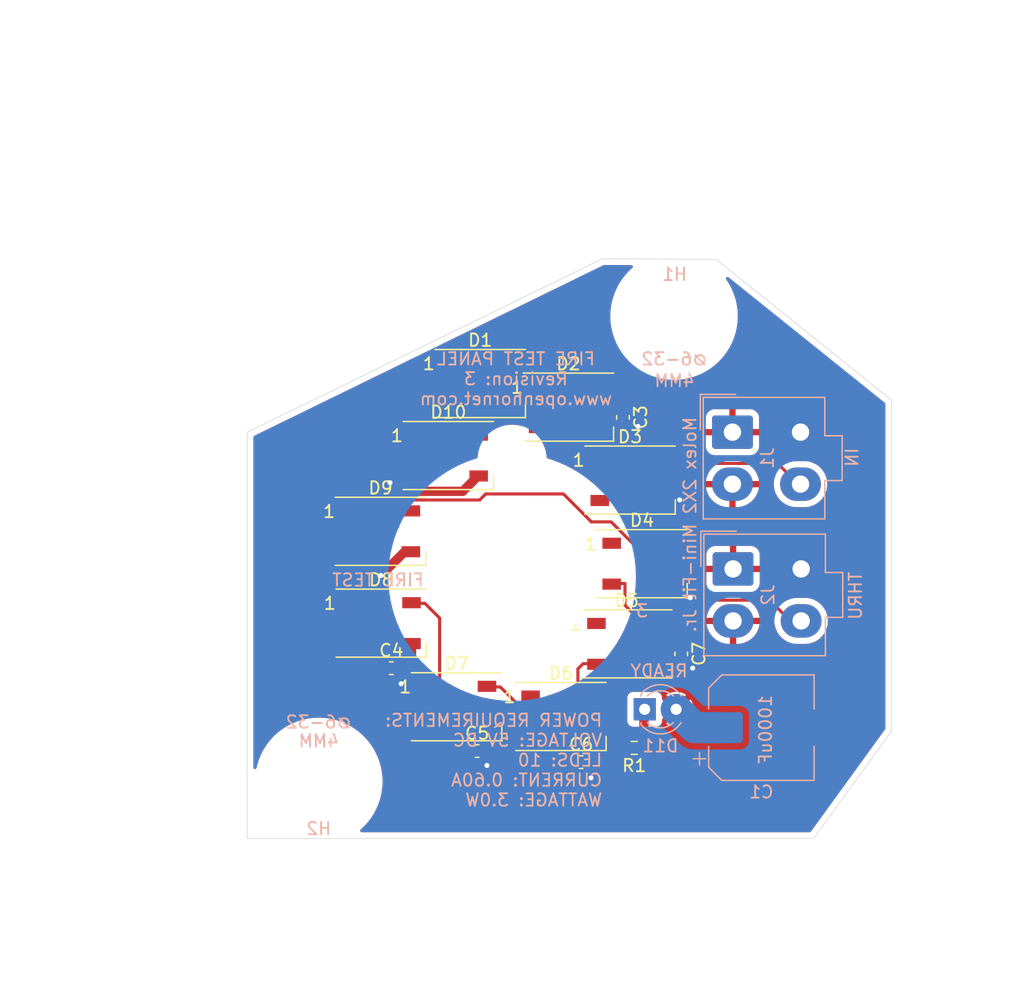
<source format=kicad_pcb>
(kicad_pcb (version 20211014) (generator pcbnew)
  (title_block (title "FIRE TEST PANEL") (date "2023-04-01") (rev "3"))
  (layers (0 "F.Cu" signal) (31 "B.Cu" signal) (34 "B.Paste" user) (35 "F.Paste" user) (36 "B.SilkS" user "B.Silkscreen") (37 "F.SilkS" user "F.Silkscreen") (38 "B.Mask" user) (39 "F.Mask" user) (44 "Edge.Cuts" user))
  (net 0 "")
  (net 1 "Net-(D1-Pad2)")
  (net 2 "Net-(D2-Pad2)")
  (net 3 "Net-(D3-Pad2)")
  (net 4 "Net-(D4-Pad2)")
  (net 5 "Net-(D5-Pad2)")
  (net 6 "Net-(D6-Pad2)")
  (net 7 "Net-(D7-Pad2)")
  (net 8 "Net-(D8-Pad2)")
  (net 9 "Net-(D10-Pad4)")
  (net 10 "/LEDGND")
  (net 11 "/LED+5V")
  (net 12 "Net-(D11-Pad1)")
  (net 13 "/DATAIN")
  (net 14 "/DATAOUT")
  (footprint "OH_Footprints:LED_WS2812B_PLCC4_5.0x5.0mm_P3.2mm" (layer "F.Cu") (at 131.967 85.5216)
    (fp_text reference "D1" (at 0 -3.5) (layer "F.SilkS"))
    (fp_text value "WS2812B")
    (fp_text user "1" (at -4.15 -1.6) (layer "F.SilkS"))
    (fp_line (start -3.65 2.75) (end 3.65 2.75) (layer "F.SilkS") (width 0.12))
    (fp_line (start -3.65 -2.75) (end 3.65 -2.75) (layer "F.SilkS") (width 0.12))
    (fp_line (start 3.65 2.75) (end 3.65 1.6) (layer "F.SilkS") (width 0.12))
    (pad "1" smd rect (at -2.45 -1.65) (size 1.5 0.9) (layers "F.Cu" "F.Paste" "F.Mask") (net 11 "/LED+5V"))
    (pad "2" smd rect (at -2.45 1.65) (size 1.5 0.9) (layers "F.Cu" "F.Paste" "F.Mask") (net 1 "Net-(D1-Pad2)"))
    (pad "3" smd rect (at 2.45 1.65) (size 1.5 0.9) (layers "F.Cu" "F.Paste" "F.Mask") (net 10 "/LEDGND"))
    (pad "4" smd rect (at 2.45 -1.65) (size 1.5 0.9) (layers "F.Cu" "F.Paste" "F.Mask") (net 13 "/DATAIN"))
  )
  (footprint "OH_Footprints:LED_WS2812B_PLCC4_5.0x5.0mm_P3.2mm" (layer "F.Cu") (at 139.09 87.4268)
    (fp_text reference "D2" (at 0 -3.5) (layer "F.SilkS"))
    (fp_text value "WS2812B")
    (fp_text user "1" (at -4.15 -1.6) (layer "F.SilkS"))
    (fp_line (start -3.65 2.75) (end 3.65 2.75) (layer "F.SilkS") (width 0.12))
    (fp_line (start 3.65 2.75) (end 3.65 1.6) (layer "F.SilkS") (width 0.12))
    (fp_line (start -3.65 -2.75) (end 3.65 -2.75) (layer "F.SilkS") (width 0.12))
    (pad "1" smd rect (at -2.45 -1.65) (size 1.5 0.9) (layers "F.Cu" "F.Paste" "F.Mask") (net 11 "/LED+5V"))
    (pad "2" smd rect (at -2.45 1.65) (size 1.5 0.9) (layers "F.Cu" "F.Paste" "F.Mask") (net 2 "Net-(D2-Pad2)"))
    (pad "3" smd rect (at 2.45 1.65) (size 1.5 0.9) (layers "F.Cu" "F.Paste" "F.Mask") (net 10 "/LEDGND"))
    (pad "4" smd rect (at 2.45 -1.65) (size 1.5 0.9) (layers "F.Cu" "F.Paste" "F.Mask") (net 1 "Net-(D1-Pad2)"))
  )
  (footprint "OH_Footprints:LED_WS2812B_PLCC4_5.0x5.0mm_P3.2mm" (layer "F.Cu") (at 144.069 93.3196)
    (fp_text reference "D3" (at 0 -3.5) (layer "F.SilkS"))
    (fp_text value "WS2812B")
    (fp_text user "1" (at -4.15 -1.6) (layer "F.SilkS"))
    (fp_line (start 3.65 2.75) (end 3.65 1.6) (layer "F.SilkS") (width 0.12))
    (fp_line (start -3.65 -2.75) (end 3.65 -2.75) (layer "F.SilkS") (width 0.12))
    (fp_line (start -3.65 2.75) (end 3.65 2.75) (layer "F.SilkS") (width 0.12))
    (pad "1" smd rect (at -2.45 -1.65) (size 1.5 0.9) (layers "F.Cu" "F.Paste" "F.Mask") (net 11 "/LED+5V"))
    (pad "2" smd rect (at -2.45 1.65) (size 1.5 0.9) (layers "F.Cu" "F.Paste" "F.Mask") (net 3 "Net-(D3-Pad2)"))
    (pad "3" smd rect (at 2.45 1.65) (size 1.5 0.9) (layers "F.Cu" "F.Paste" "F.Mask") (net 10 "/LEDGND"))
    (pad "4" smd rect (at 2.45 -1.65) (size 1.5 0.9) (layers "F.Cu" "F.Paste" "F.Mask") (net 2 "Net-(D2-Pad2)"))
  )
  (footprint "OH_Footprints:LED_WS2812B_PLCC4_5.0x5.0mm_P3.2mm" (layer "F.Cu") (at 145.034 100.076)
    (fp_text reference "D4" (at 0 -3.5) (layer "F.SilkS"))
    (fp_text value "WS2812B")
    (fp_text user "1" (at -4.15 -1.6) (layer "F.SilkS"))
    (fp_line (start 3.65 2.75) (end 3.65 1.6) (layer "F.SilkS") (width 0.12))
    (fp_line (start -3.65 2.75) (end 3.65 2.75) (layer "F.SilkS") (width 0.12))
    (fp_line (start -3.65 -2.75) (end 3.65 -2.75) (layer "F.SilkS") (width 0.12))
    (pad "1" smd rect (at -2.45 -1.65) (size 1.5 0.9) (layers "F.Cu" "F.Paste" "F.Mask") (net 11 "/LED+5V"))
    (pad "2" smd rect (at -2.45 1.65) (size 1.5 0.9) (layers "F.Cu" "F.Paste" "F.Mask") (net 4 "Net-(D4-Pad2)"))
    (pad "3" smd rect (at 2.45 1.65) (size 1.5 0.9) (layers "F.Cu" "F.Paste" "F.Mask") (net 10 "/LEDGND"))
    (pad "4" smd rect (at 2.45 -1.65) (size 1.5 0.9) (layers "F.Cu" "F.Paste" "F.Mask") (net 3 "Net-(D3-Pad2)"))
  )
  (footprint "OH_Footprints:LED_WS2812B_PLCC4_5.0x5.0mm_P3.2mm" (layer "F.Cu") (at 143.803 106.553)
    (fp_text reference "D5" (at 0 -3.5) (layer "F.SilkS"))
    (fp_text value "WS2812B")
    (fp_text user "1" (at -4.15 -1.6) (layer "F.SilkS"))
    (fp_line (start 3.65 2.75) (end 3.65 1.6) (layer "F.SilkS") (width 0.12))
    (fp_line (start -3.65 -2.75) (end 3.65 -2.75) (layer "F.SilkS") (width 0.12))
    (fp_line (start -3.65 2.75) (end 3.65 2.75) (layer "F.SilkS") (width 0.12))
    (pad "1" smd rect (at -2.45 -1.65) (size 1.5 0.9) (layers "F.Cu" "F.Paste" "F.Mask") (net 11 "/LED+5V"))
    (pad "2" smd rect (at -2.45 1.65) (size 1.5 0.9) (layers "F.Cu" "F.Paste" "F.Mask") (net 5 "Net-(D5-Pad2)"))
    (pad "3" smd rect (at 2.45 1.65) (size 1.5 0.9) (layers "F.Cu" "F.Paste" "F.Mask") (net 10 "/LEDGND"))
    (pad "4" smd rect (at 2.45 -1.65) (size 1.5 0.9) (layers "F.Cu" "F.Paste" "F.Mask") (net 4 "Net-(D4-Pad2)"))
  )
  (footprint "OH_Footprints:LED_WS2812B_PLCC4_5.0x5.0mm_P3.2mm" (layer "F.Cu") (at 138.481 112.42)
    (fp_text reference "D6" (at 0 -3.5) (layer "F.SilkS"))
    (fp_text value "WS2812B")
    (fp_text user "1" (at -4.15 -1.6) (layer "F.SilkS"))
    (fp_line (start -3.65 2.75) (end 3.65 2.75) (layer "F.SilkS") (width 0.12))
    (fp_line (start -3.65 -2.75) (end 3.65 -2.75) (layer "F.SilkS") (width 0.12))
    (fp_line (start 3.65 2.75) (end 3.65 1.6) (layer "F.SilkS") (width 0.12))
    (pad "1" smd rect (at -2.45 -1.65) (size 1.5 0.9) (layers "F.Cu" "F.Paste" "F.Mask") (net 11 "/LED+5V"))
    (pad "2" smd rect (at -2.45 1.65) (size 1.5 0.9) (layers "F.Cu" "F.Paste" "F.Mask") (net 6 "Net-(D6-Pad2)"))
    (pad "3" smd rect (at 2.45 1.65) (size 1.5 0.9) (layers "F.Cu" "F.Paste" "F.Mask") (net 10 "/LEDGND"))
    (pad "4" smd rect (at 2.45 -1.65) (size 1.5 0.9) (layers "F.Cu" "F.Paste" "F.Mask") (net 5 "Net-(D5-Pad2)"))
  )
  (footprint "OH_Footprints:LED_WS2812B_PLCC4_5.0x5.0mm_P3.2mm" (layer "F.Cu") (at 130.06 111.633)
    (fp_text reference "D7" (at 0 -3.5) (layer "F.SilkS"))
    (fp_text value "WS2812B")
    (fp_text user "1" (at -4.15 -1.6) (layer "F.SilkS"))
    (fp_line (start -3.65 -2.75) (end 3.65 -2.75) (layer "F.SilkS") (width 0.12))
    (fp_line (start 3.65 2.75) (end 3.65 1.6) (layer "F.SilkS") (width 0.12))
    (fp_line (start -3.65 2.75) (end 3.65 2.75) (layer "F.SilkS") (width 0.12))
    (pad "1" smd rect (at -2.45 -1.65) (size 1.5 0.9) (layers "F.Cu" "F.Paste" "F.Mask") (net 11 "/LED+5V"))
    (pad "2" smd rect (at -2.45 1.65) (size 1.5 0.9) (layers "F.Cu" "F.Paste" "F.Mask") (net 7 "Net-(D7-Pad2)"))
    (pad "3" smd rect (at 2.45 1.65) (size 1.5 0.9) (layers "F.Cu" "F.Paste" "F.Mask") (net 10 "/LEDGND"))
    (pad "4" smd rect (at 2.45 -1.65) (size 1.5 0.9) (layers "F.Cu" "F.Paste" "F.Mask") (net 6 "Net-(D6-Pad2)"))
  )
  (footprint "OH_Footprints:LED_WS2812B_PLCC4_5.0x5.0mm_P3.2mm" (layer "F.Cu") (at 123.964 104.876)
    (fp_text reference "D8" (at 0 -3.5) (layer "F.SilkS"))
    (fp_text value "WS2812B")
    (fp_text user "1" (at -4.15 -1.6) (layer "F.SilkS"))
    (fp_line (start 3.65 2.75) (end 3.65 1.6) (layer "F.SilkS") (width 0.12))
    (fp_line (start -3.65 -2.75) (end 3.65 -2.75) (layer "F.SilkS") (width 0.12))
    (fp_line (start -3.65 2.75) (end 3.65 2.75) (layer "F.SilkS") (width 0.12))
    (pad "1" smd rect (at -2.45 -1.65) (size 1.5 0.9) (layers "F.Cu" "F.Paste" "F.Mask") (net 11 "/LED+5V"))
    (pad "2" smd rect (at -2.45 1.65) (size 1.5 0.9) (layers "F.Cu" "F.Paste" "F.Mask") (net 8 "Net-(D8-Pad2)"))
    (pad "3" smd rect (at 2.45 1.65) (size 1.5 0.9) (layers "F.Cu" "F.Paste" "F.Mask") (net 10 "/LEDGND"))
    (pad "4" smd rect (at 2.45 -1.65) (size 1.5 0.9) (layers "F.Cu" "F.Paste" "F.Mask") (net 7 "Net-(D7-Pad2)"))
  )
  (footprint "OH_Footprints:LED_WS2812B_PLCC4_5.0x5.0mm_P3.2mm" (layer "F.Cu") (at 123.913 97.4596)
    (fp_text reference "D9" (at 0 -3.5) (layer "F.SilkS"))
    (fp_text value "WS2812B")
    (fp_text user "1" (at -4.15 -1.6) (layer "F.SilkS"))
    (fp_line (start -3.65 2.75) (end 3.65 2.75) (layer "F.SilkS") (width 0.12))
    (fp_line (start -3.65 -2.75) (end 3.65 -2.75) (layer "F.SilkS") (width 0.12))
    (fp_line (start 3.65 2.75) (end 3.65 1.6) (layer "F.SilkS") (width 0.12))
    (pad "1" smd rect (at -2.45 -1.65) (size 1.5 0.9) (layers "F.Cu" "F.Paste" "F.Mask") (net 11 "/LED+5V"))
    (pad "2" smd rect (at -2.45 1.65) (size 1.5 0.9) (layers "F.Cu" "F.Paste" "F.Mask") (net 9 "Net-(D10-Pad4)"))
    (pad "3" smd rect (at 2.45 1.65) (size 1.5 0.9) (layers "F.Cu" "F.Paste" "F.Mask") (net 10 "/LEDGND"))
    (pad "4" smd rect (at 2.45 -1.65) (size 1.5 0.9) (layers "F.Cu" "F.Paste" "F.Mask") (net 8 "Net-(D8-Pad2)"))
  )
  (footprint "OH_Footprints:LED_WS2812B_PLCC4_5.0x5.0mm_P3.2mm" (layer "F.Cu") (at 129.388 91.3384)
    (fp_text reference "D10" (at 0 -3.5) (layer "F.SilkS"))
    (fp_text value "WS2812B")
    (fp_text user "1" (at -4.15 -1.6) (layer "F.SilkS"))
    (fp_line (start 3.65 2.75) (end 3.65 1.6) (layer "F.SilkS") (width 0.12))
    (fp_line (start -3.65 2.75) (end 3.65 2.75) (layer "F.SilkS") (width 0.12))
    (fp_line (start -3.65 -2.75) (end 3.65 -2.75) (layer "F.SilkS") (width 0.12))
    (pad "1" smd rect (at -2.45 -1.65) (size 1.5 0.9) (layers "F.Cu" "F.Paste" "F.Mask") (net 11 "/LED+5V"))
    (pad "2" smd rect (at -2.45 1.65) (size 1.5 0.9) (layers "F.Cu" "F.Paste" "F.Mask") (net 14 "/DATAOUT"))
    (pad "3" smd rect (at 2.45 1.65) (size 1.5 0.9) (layers "F.Cu" "F.Paste" "F.Mask") (net 10 "/LEDGND"))
    (pad "4" smd rect (at 2.45 -1.65) (size 1.5 0.9) (layers "F.Cu" "F.Paste" "F.Mask") (net 9 "Net-(D10-Pad4)"))
  )
  (footprint "OH_Footprints:C_0603_1608Metric" (layer "F.Cu") (at 143.495 88.2522 -90)
    (fp_text reference "C3" (at 0 -1.43 -90) (layer "F.SilkS"))
    (fp_text value "C")
    (fp_line (start -0.14058 -0.51) (end 0.14058 -0.51) (layer "F.SilkS") (width 0.12))
    (fp_line (start -0.14058 0.51) (end 0.14058 0.51) (layer "F.SilkS") (width 0.12))
    (pad "1" smd roundrect (at -0.775 0 270) (size 0.9 0.95) (layers "F.Cu" "F.Paste" "F.Mask") (net 11 "/LED+5V"))
    (pad "2" smd roundrect (at 0.775 0 270) (size 0.9 0.95) (layers "F.Cu" "F.Paste" "F.Mask") (net 10 "/LEDGND"))
  )
  (footprint "OH_Footprints:C_0603_1608Metric" (layer "F.Cu") (at 124.785 108.519)
    (fp_text reference "C4" (at 0 -1.43) (layer "F.SilkS"))
    (fp_text value "C")
    (fp_line (start -0.14058 0.51) (end 0.14058 0.51) (layer "F.SilkS") (width 0.12))
    (fp_line (start -0.14058 -0.51) (end 0.14058 -0.51) (layer "F.SilkS") (width 0.12))
    (pad "1" smd roundrect (at -0.775 0) (size 0.9 0.95) (layers "F.Cu" "F.Paste" "F.Mask") (net 11 "/LED+5V"))
    (pad "2" smd roundrect (at 0.775 0) (size 0.9 0.95) (layers "F.Cu" "F.Paste" "F.Mask") (net 10 "/LEDGND"))
  )
  (footprint "OH_Footprints:C_0603_1608Metric" (layer "F.Cu") (at 131.717 115.209)
    (fp_text reference "C5" (at 0 -1.43) (layer "F.SilkS"))
    (fp_text value "C")
    (fp_line (start -0.14058 0.51) (end 0.14058 0.51) (layer "F.SilkS") (width 0.12))
    (fp_line (start -0.14058 -0.51) (end 0.14058 -0.51) (layer "F.SilkS") (width 0.12))
    (pad "1" smd roundrect (at -0.775 0) (size 0.9 0.95) (layers "F.Cu" "F.Paste" "F.Mask") (net 11 "/LED+5V"))
    (pad "2" smd roundrect (at 0.775 0) (size 0.9 0.95) (layers "F.Cu" "F.Paste" "F.Mask") (net 10 "/LEDGND"))
  )
  (footprint "OH_Footprints:C_0603_1608Metric" (layer "F.Cu") (at 140.114 116.108)
    (fp_text reference "C6" (at 0 -1.43) (layer "F.SilkS"))
    (fp_text value "C")
    (fp_line (start -0.14058 0.51) (end 0.14058 0.51) (layer "F.SilkS") (width 0.12))
    (fp_line (start -0.14058 -0.51) (end 0.14058 -0.51) (layer "F.SilkS") (width 0.12))
    (pad "1" smd roundrect (at -0.775 0) (size 0.9 0.95) (layers "F.Cu" "F.Paste" "F.Mask") (net 11 "/LED+5V"))
    (pad "2" smd roundrect (at 0.775 0) (size 0.9 0.95) (layers "F.Cu" "F.Paste" "F.Mask") (net 10 "/LEDGND"))
  )
  (footprint "OH_Footprints:C_0603_1608Metric" (layer "F.Cu") (at 148.204 107.361 -90)
    (fp_text reference "C7" (at 0 -1.43 -90) (layer "F.SilkS"))
    (fp_text value "C")
    (fp_line (start -0.14058 -0.51) (end 0.14058 -0.51) (layer "F.SilkS") (width 0.12))
    (fp_line (start -0.14058 0.51) (end 0.14058 0.51) (layer "F.SilkS") (width 0.12))
    (pad "1" smd roundrect (at -0.775 0 270) (size 0.9 0.95) (layers "F.Cu" "F.Paste" "F.Mask") (net 11 "/LED+5V"))
    (pad "2" smd roundrect (at 0.775 0 270) (size 0.9 0.95) (layers "F.Cu" "F.Paste" "F.Mask") (net 10 "/LEDGND"))
  )
  (footprint "OH_Footprints:R_0603_1608Metric" (layer "F.Cu") (at 144.407 114.958 180)
    (fp_text reference "R1" (at 0 -1.43 180) (layer "F.SilkS"))
    (fp_text value "R")
    (fp_line (start -0.237258 -0.5225) (end 0.237258 -0.5225) (layer "F.SilkS") (width 0.12))
    (fp_line (start -0.237258 0.5225) (end 0.237258 0.5225) (layer "F.SilkS") (width 0.12))
    (pad "1" smd roundrect (at -0.825 0 180) (size 0.8 0.95) (layers "F.Cu" "F.Paste" "F.Mask") (net 12 "Net-(D11-Pad1)"))
    (pad "2" smd roundrect (at 0.825 0 180) (size 0.8 0.95) (layers "F.Cu" "F.Paste" "F.Mask") (net 10 "/LEDGND"))
  )
  (footprint "OH_Footprints:100SPX_Toggle_13mm_x_18mm" (layer "F.Cu") (at 134.542711 101.156493 180)
    (fp_text reference "1" hide)
    (fp_text value "100SPX_Toggle_13mm_x_18mm" hide)
    (pad "" np_thru_hole circle (at 0 0 180) (size 12.7 12.7) (drill 12.7) (layers *.Mask "B.Cu") (clearance 3.65))
    (pad "" np_thru_hole circle (at 0 9.525 180) (size 3.572 3.572) (drill 3.572) (layers *.Cu *.Mask) (clearance 1))
    (pad "" np_thru_hole circle (at 0 0 180) (size 12.7 12.7) (drill 12.7) (layers *.Mask "F.Cu") (clearance 1))
  )
  (footprint "OH_Footprints:OH_Panel_6-32_PHS" (layer "F.Cu") (at 147.623711 80.074493)
    (fp_text reference "2" hide)
    (fp_text value "OH_Panel_Fastner_Keepout" hide)
    (fp_text user "⌀6-32" (at 0.039189 3.461027) (layer "B.SilkS") (effects (justify mirror)))
    (fp_text user "H1" (at 0.039189 -3.371573) (layer "B.SilkS") (effects (justify mirror)))
    (fp_text user "4MM" (at 0.039189 5.211087 180) (layer "B.SilkS") (effects (justify mirror)))
    (pad "" np_thru_hole circle (at 0 0) (size 4.3 4.3) (drill 4.3) (layers *.Cu *.Mask) (clearance 3))
  )
  (footprint "OH_Footprints:OH_Panel_6-32_PHS" (layer "F.Cu") (at 118.921711 117.666493)
    (fp_text reference "3" hide)
    (fp_text value "OH_Panel_Fastner_Keepout" hide)
    (fp_text user "H2" (at 0 3.81) (layer "B.SilkS") (effects (justify mirror)))
    (fp_text user "⌀6-32" (at 0 -4.8) (layer "B.SilkS") (effects (justify mirror)))
    (fp_text user "4MM" (at 0 -3.275 180) (layer "B.SilkS") (effects (justify mirror)))
    (pad "" np_thru_hole circle (at 0 0) (size 4.3 4.3) (drill 4.3) (layers *.Cu *.Mask) (clearance 3))
  )
  (footprint "OH_Footprints:CP_Elec_8x10" (layer "B.Cu") (at 154.677 113.322)
    (fp_text reference "C1" (at 0 5.2 180) (layer "B.SilkS") (effects (justify mirror)))
    (fp_text value "C_Polarized")
    (fp_line (start -3.195563 -4.26) (end 4.26 -4.26) (layer "B.SilkS") (width 0.12))
    (fp_line (start -5 3.01) (end -5 2.01) (layer "B.SilkS") (width 0.12))
    (fp_line (start -4.26 3.195563) (end -4.26 1.51) (layer "B.SilkS") (width 0.12))
    (fp_line (start 4.26 -4.26) (end 4.26 -1.51) (layer "B.SilkS") (width 0.12))
    (fp_line (start -4.26 3.195563) (end -3.195563 4.26) (layer "B.SilkS") (width 0.12))
    (fp_line (start -5.5 2.51) (end -4.5 2.51) (layer "B.SilkS") (width 0.12))
    (fp_line (start -4.26 -3.195563) (end -3.195563 -4.26) (layer "B.SilkS") (width 0.12))
    (fp_line (start -4.26 -3.195563) (end -4.26 -1.51) (layer "B.SilkS") (width 0.12))
    (fp_line (start 4.26 4.26) (end 4.26 1.51) (layer "B.SilkS") (width 0.12))
    (fp_line (start -3.195563 4.26) (end 4.26 4.26) (layer "B.SilkS") (width 0.12))
    (pad "1" smd roundrect (at -3.25 0) (size 3.5 2.5) (layers "B.Cu" "B.Paste" "B.Mask") (roundrect_rratio 0.1) (net 11 "/LED+5V"))
    (pad "2" smd roundrect (at 3.25 0) (size 3.5 2.5) (layers "B.Cu" "B.Paste" "B.Mask") (roundrect_rratio 0.1) (net 10 "/LEDGND"))
  )
  (footprint "OH_Footprints:Molex_Mini-Fit_Jr_5566-04A_2x02_P4.20mm_Vertical" (layer "B.Cu") (at 152.341 89.4486 -90)
    (fp_text reference "J1" (at 2.1 -2.820624 90) (layer "B.SilkS") (effects (justify mirror)))
    (fp_text value "Conn_01x04_Female")
    (fp_line (start 7.01 -7.46) (end 3.91 -7.46) (layer "B.SilkS") (width 0.12))
    (fp_line (start 0.29 -7.46) (end 0.29 -8.86) (layer "B.SilkS") (width 0.12))
    (fp_line (start 2.1 2.36) (end 7.01 2.36) (layer "B.SilkS") (width 0.12))
    (fp_line (start 3.91 -7.46) (end 3.91 -8.86) (layer "B.SilkS") (width 0.12))
    (fp_line (start 3.91 -8.86) (end 2.1 -8.86) (layer "B.SilkS") (width 0.12))
    (fp_line (start -2.81 2.36) (end -2.81 -7.46) (layer "B.SilkS") (width 0.12))
    (fp_line (start 0.29 -8.86) (end 2.1 -8.86) (layer "B.SilkS") (width 0.12))
    (fp_line (start -2.81 -7.46) (end 0.29 -7.46) (layer "B.SilkS") (width 0.12))
    (fp_line (start 2.1 2.36) (end -2.81 2.36) (layer "B.SilkS") (width 0.12))
    (fp_line (start 7.01 2.36) (end 7.01 -7.46) (layer "B.SilkS") (width 0.12))
    (fp_line (start -3.05 2.6) (end -3.05 -0.25) (layer "B.SilkS") (width 0.12))
    (fp_line (start -0.2 2.6) (end -3.05 2.6) (layer "B.SilkS") (width 0.12))
    (pad "1" thru_hole roundrect (at 0 0 270) (size 2.7 3.3) (drill 1.4) (layers *.Cu *.Mask) (roundrect_rratio 0.09259296296) (net 11 "/LED+5V"))
    (pad "2" thru_hole oval (at 4.2 0 270) (size 2.7 3.3) (drill 1.4) (layers *.Cu *.Mask) (net 11 "/LED+5V"))
    (pad "3" thru_hole oval (at 0 -5.5 270) (size 2.7 3.3) (drill 1.4) (layers *.Cu *.Mask) (net 10 "/LEDGND"))
    (pad "4" thru_hole oval (at 4.2 -5.5 270) (size 2.7 3.3) (drill 1.4) (layers *.Cu *.Mask) (net 13 "/DATAIN"))
  )
  (footprint "OH_Footprints:Molex_Mini-Fit_Jr_5566-04A_2x02_P4.20mm_Vertical" (layer "B.Cu") (at 152.391 100.498 -90)
    (fp_text reference "J2" (at 2.1 -2.820624 90) (layer "B.SilkS") (effects (justify mirror)))
    (fp_text value "Conn_01x04_Female")
    (fp_line (start 3.91 -7.46) (end 3.91 -8.86) (layer "B.SilkS") (width 0.12))
    (fp_line (start 7.01 -7.46) (end 3.91 -7.46) (layer "B.SilkS") (width 0.12))
    (fp_line (start 0.29 -8.86) (end 2.1 -8.86) (layer "B.SilkS") (width 0.12))
    (fp_line (start 0.29 -7.46) (end 0.29 -8.86) (layer "B.SilkS") (width 0.12))
    (fp_line (start 2.1 2.36) (end 7.01 2.36) (layer "B.SilkS") (width 0.12))
    (fp_line (start -2.81 -7.46) (end 0.29 -7.46) (layer "B.SilkS") (width 0.12))
    (fp_line (start 2.1 2.36) (end -2.81 2.36) (layer "B.SilkS") (width 0.12))
    (fp_line (start -3.05 2.6) (end -3.05 -0.25) (layer "B.SilkS") (width 0.12))
    (fp_line (start -2.81 2.36) (end -2.81 -7.46) (layer "B.SilkS") (width 0.12))
    (fp_line (start 3.91 -8.86) (end 2.1 -8.86) (layer "B.SilkS") (width 0.12))
    (fp_line (start -0.2 2.6) (end -3.05 2.6) (layer "B.SilkS") (width 0.12))
    (fp_line (start 7.01 2.36) (end 7.01 -7.46) (layer "B.SilkS") (width 0.12))
    (pad "1" thru_hole roundrect (at 0 0 270) (size 2.7 3.3) (drill 1.4) (layers *.Cu *.Mask) (roundrect_rratio 0.09259296296) (net 11 "/LED+5V"))
    (pad "2" thru_hole oval (at 4.2 0 270) (size 2.7 3.3) (drill 1.4) (layers *.Cu *.Mask) (net 11 "/LED+5V"))
    (pad "3" thru_hole oval (at 0 -5.5 270) (size 2.7 3.3) (drill 1.4) (layers *.Cu *.Mask) (net 10 "/LEDGND"))
    (pad "4" thru_hole oval (at 4.2 -5.5 270) (size 2.7 3.3) (drill 1.4) (layers *.Cu *.Mask) (net 14 "/DATAOUT"))
  )
  (footprint "OH_Footprints:LED_D3.0mm" (layer "B.Cu") (at 145.25 111.839)
    (fp_text reference "D11" (at 1.27 2.96 180) (layer "B.SilkS") (effects (justify mirror)))
    (fp_text value "LED")
    (fp_line (start -0.29 -1.08) (end -0.29 -1.236) (layer "B.SilkS") (width 0.12))
    (fp_line (start -0.29 1.236) (end -0.29 1.08) (layer "B.SilkS") (width 0.12))
    (fp_arc (start 0.229039 -1.08) (mid 1.270117 -1.5) (end 2.31113 -1.079837) (layer "B.SilkS") (width 0.12))
    (fp_arc (start 2.31113 1.079837) (mid 1.270117 1.5) (end 0.229039 1.08) (layer "B.SilkS") (width 0.12))
    (fp_arc (start 2.942335 1.078608) (mid 1.366487 1.987659) (end -0.29 1.235516) (layer "B.SilkS") (width 0.12))
    (fp_arc (start -0.29 -1.235516) (mid 1.366487 -1.987659) (end 2.942335 -1.078608) (layer "B.SilkS") (width 0.12))
    (pad "1" thru_hole rect (at 0 0) (size 1.8 1.8) (drill 0.9) (layers *.Cu *.Mask) (net 12 "Net-(D11-Pad1)"))
    (pad "2" thru_hole circle (at 2.54 0) (size 1.8 1.8) (drill 0.9) (layers *.Cu *.Mask) (net 11 "/LED+5V"))
  )
  (gr_line (start 151.0284 75.4888) (end 165.2016 86.868) (layer "Edge.Cuts") (width 0.05))
  (gr_line (start 113.1316 122.2756) (end 113.1316 89.4588) (layer "Edge.Cuts") (width 0.05))
  (gr_line (start 165.2016 113.5888) (end 165.2016 86.868) (layer "Edge.Cuts") (width 0.05))
  (gr_line (start 113.1316 89.4588) (end 141.8336 75.438) (layer "Edge.Cuts") (width 0.05))
  (gr_line (start 141.8336 75.438) (end 151.0284 75.4888) (layer "Edge.Cuts") (width 0.05))
  (gr_line (start 158.9024 122.2756) (end 113.1316 122.2756) (layer "Edge.Cuts") (width 0.05))
  (gr_line (start 158.9024 122.2756) (end 165.2016 113.5888) (layer "Edge.Cuts") (width 0.05))
  (gr_text "READY" (at 146.41068 108.7374) (layer "B.SilkS") (effects (font (size 1 1)) (justify mirror)))
  (gr_text "1000uF" (at 155.01112 113.48466 90) (layer "B.SilkS") (effects (font (size 1 1)) (justify mirror)))
  (gr_text "Molex 2X2 Mini-Fit Jr." (at 148.91004 96.91624 90) (layer "B.SilkS") (effects (font (size 1 1)) (justify mirror)))
  (gr_text "3" (at 145.034 103.886) (layer "B.SilkS") (effects (font (size 1 1)) (justify mirror)))
  (gr_text "POWER REQUIREMENTS:\nVOLTAGE: 5V DC\nLEDS: 10\nCURRENT: 0.60A\nWATTAGE: 3.0W" (at 141.9098 115.951) (layer "B.SilkS") (effects (font (size 1 1)) (justify left mirror)))
  (gr_text "IN" (at 162.00374 91.48064 90) (layer "B.SilkS") (effects (font (size 1 1)) (justify mirror)))
  (gr_text "THRU" (at 162.2806 102.66934 90) (layer "B.SilkS") (effects (font (size 1 1)) (justify mirror)))
  (gr_text "FIRE TEST PANEL\nRevision: 3\nwww.openhornet.com" (at 134.8486 85.1408) (layer "B.SilkS") (effects (font (size 1 1)) (justify mirror)))
  (gr_text "FIRE TEST" (at 123.698 101.3968) (layer "B.SilkS") (effects (font (size 1 1)) (justify mirror)))
  (segment (start 138.809799 83.096599) (end 141.54 85.8268) (width 0.25) (layer "F.Cu") (net 1))
  (segment (start 129.517 87.1216) (end 129.517 86.3716) (width 0.25) (layer "F.Cu") (net 1))
  (segment (start 129.517 86.3716) (end 132.792001 83.096599) (width 0.25) (layer "F.Cu") (net 1))
  (segment (start 132.792001 83.096599) (end 138.809799 83.096599) (width 0.25) (layer "F.Cu") (net 1))
  (segment (start 136.64 89.0268) (end 137.7153 89.0268) (width 0.25) (layer "F.Cu") (net 2))
  (segment (start 146.519 91.7196) (end 145.4437 91.7196) (width 0.25) (layer "F.Cu") (net 2))
  (segment (start 137.7153 89.0268) (end 139.5828 90.8943) (width 0.25) (layer "F.Cu") (net 2))
  (segment (start 144.6184 90.8943) (end 145.4437 91.7196) (width 0.25) (layer "F.Cu") (net 2))
  (segment (start 139.5828 90.8943) (end 144.6184 90.8943) (width 0.25) (layer "F.Cu") (net 2))
  (segment (start 141.619 94.9196) (end 142.6943 94.9196) (width 0.25) (layer "F.Cu") (net 3))
  (segment (start 142.6943 94.9196) (end 146.2507 98.476) (width 0.25) (layer "F.Cu") (net 3))
  (segment (start 146.2507 98.476) (end 147.484 98.476) (width 0.25) (layer "F.Cu") (net 3))
  (segment (start 142.584 101.676) (end 143.6593 101.676) (width 0.25) (layer "F.Cu") (net 4))
  (segment (start 143.6593 101.676) (end 143.6593 103.4346) (width 0.25) (layer "F.Cu") (net 4))
  (segment (start 146.253 104.953) (end 145.1777 104.953) (width 0.25) (layer "F.Cu") (net 4))
  (segment (start 143.6593 103.4346) (end 145.1777 104.953) (width 0.25) (layer "F.Cu") (net 4))
  (segment (start 141.353 108.153) (end 140.2777 108.153) (width 0.25) (layer "F.Cu") (net 5))
  (segment (start 140.2777 108.153) (end 139.8557 108.575) (width 0.25) (layer "F.Cu") (net 5))
  (segment (start 140.931 110.82) (end 139.8557 110.82) (width 0.25) (layer "F.Cu") (net 5))
  (segment (start 139.8557 108.575) (end 139.8557 110.82) (width 0.25) (layer "F.Cu") (net 5))
  (segment (start 132.51 110.033) (end 133.5853 110.033) (width 0.25) (layer "F.Cu") (net 6))
  (segment (start 134.9557 111.6783) (end 134.9557 111.4034) (width 0.25) (layer "F.Cu") (net 6))
  (segment (start 134.9557 111.4034) (end 133.5853 110.033) (width 0.25) (layer "F.Cu") (net 6))
  (segment (start 136.031 112.7536) (end 134.9557 111.6783) (width 0.25) (layer "F.Cu") (net 6))
  (segment (start 136.031 114.02) (end 136.031 112.7536) (width 0.25) (layer "F.Cu") (net 6))
  (segment (start 127.61 112.039) (end 128.6853 110.9637) (width 0.25) (layer "F.Cu") (net 7))
  (segment (start 128.6853 110.9637) (end 128.6853 104.472) (width 0.25) (layer "F.Cu") (net 7))
  (segment (start 126.414 103.276) (end 127.4893 103.276) (width 0.25) (layer "F.Cu") (net 7))
  (segment (start 127.61 113.233) (end 127.61 112.039) (width 0.25) (layer "F.Cu") (net 7))
  (segment (start 128.6853 104.472) (end 127.4893 103.276) (width 0.25) (layer "F.Cu") (net 7))
  (segment (start 121.514 106.476) (end 121.514 106.3156) (width 0.25) (layer "F.Cu") (net 8))
  (segment (start 120.4387 105.2403) (end 120.4387 101.9338) (width 0.25) (layer "F.Cu") (net 8))
  (segment (start 125.2877 97.0848) (end 125.2877 95.8596) (width 0.25) (layer "F.Cu") (net 8))
  (segment (start 120.4387 101.9338) (end 125.2877 97.0848) (width 0.25) (layer "F.Cu") (net 8))
  (segment (start 126.363 95.8596) (end 125.2877 95.8596) (width 0.25) (layer "F.Cu") (net 8))
  (segment (start 121.514 106.3156) (end 120.4387 105.2403) (width 0.25) (layer "F.Cu") (net 8))
  (segment (start 122.5383 93.9794) (end 125.954 90.5637) (width 0.25) (layer "F.Cu") (net 9))
  (segment (start 129.9374 90.5637) (end 130.7627 89.7384) (width 0.25) (layer "F.Cu") (net 9))
  (segment (start 122.5383 97.7733) (end 122.5383 93.9794) (width 0.25) (layer "F.Cu") (net 9))
  (segment (start 121.463 99.0596) (end 121.463 98.8486) (width 0.25) (layer "F.Cu") (net 9))
  (segment (start 121.463 98.8486) (end 122.5383 97.7733) (width 0.25) (layer "F.Cu") (net 9))
  (segment (start 131.838 89.7384) (end 130.7627 89.7384) (width 0.25) (layer "F.Cu") (net 9))
  (segment (start 125.954 90.5637) (end 129.9374 90.5637) (width 0.25) (layer "F.Cu") (net 9))
  (segment (start 148.94306 102.82682) (end 148.94306 102.82682) (width 0.75) (layer "F.Cu") (net 10))
  (segment (start 148.204 108.148) (end 148.76 108.148) (width 0.75) (layer "F.Cu") (net 10))
  (segment (start 134.417 87.1216) (end 136.88782 87.1216) (width 0.75) (layer "F.Cu") (net 10))
  (segment (start 132.51 115.204) (end 132.507 115.2065) (width 0.75) (layer "F.Cu") (net 10))
  (segment (start 148.2015 108.1505) (end 148.204 108.148) (width 0.75) (layer "F.Cu") (net 10))
  (segment (start 146.253 108.153) (end 148.199 108.153) (width 0.75) (layer "F.Cu") (net 10))
  (segment (start 148.76 108.148) (end 149.126 108.514) (width 0.75) (layer "F.Cu") (net 10))
  (segment (start 148.2015 108.1505) (end 148.202 108.1505) (width 0.25) (layer "F.Cu") (net 10))
  (segment (start 140.919 117.381) (end 140.901 117.363) (width 0.75) (layer "F.Cu") (net 10))
  (segment (start 125.9935 108.0985) (end 125.573 108.519) (width 0.75) (layer "F.Cu") (net 10))
  (segment (start 147.79224 101.676) (end 148.94306 102.82682) (width 0.75) (layer "F.Cu") (net 10))
  (segment (start 132.507 115.2065) (end 132.504 115.209) (width 0.75) (layer "F.Cu") (net 10))
  (segment (start 131.838 92.9384) (end 130.55 94.2264) (width 0.75) (layer "F.Cu") (net 10))
  (segment (start 143.4821 89.0268) (end 143.495 89.0397) (width 0.25) (layer "F.Cu") (net 10))
  (segment (start 125.372 94.2264) (end 124.676 93.5304) (width 0.75) (layer "F.Cu") (net 10))
  (segment (start 143.619 114.958) (end 143.6195 114.958) (width 0.25) (layer "F.Cu") (net 10))
  (segment (start 126.414 107.678) (end 125.9935 108.0985) (width 0.75) (layer "F.Cu") (net 10))
  (segment (start 143.4821 89.0268) (end 143.546 89.0268) (width 0.75) (layer "F.Cu") (net 10))
  (segment (start 132.507 116.378) (end 132.504 116.375) (width 0.75) (layer "F.Cu") (net 10))
  (segment (start 140.916 116.0935) (end 140.9015 116.108) (width 0.25) (layer "F.Cu") (net 10))
  (segment (start 125.993 108.0985) (end 125.5725 108.519) (width 0.25) (layer "F.Cu") (net 10))
  (segment (start 143.546 89.0268) (end 143.589 88.9838) (width 0.75) (layer "F.Cu") (net 10))
  (segment (start 146.519 94.9196) (end 148.077 94.9196) (width 0.75) (layer "F.Cu") (net 10))
  (segment (start 140.916 116.0935) (end 140.901 116.108) (width 0.75) (layer "F.Cu") (net 10))
  (segment (start 126.414 106.476) (end 126.414 107.678) (width 0.75) (layer "F.Cu") (net 10))
  (segment (start 125.903 99.0596) (end 123.937 101.026) (width 0.75) (layer "F.Cu") (net 10))
  (segment (start 130.55 94.2264) (end 125.372 94.2264) (width 0.75) (layer "F.Cu") (net 10))
  (segment (start 148.199 108.153) (end 148.2015 108.1505) (width 0.75) (layer "F.Cu") (net 10))
  (segment (start 138.79302 89.0268) (end 141.54 89.0268) (width 0.75) (layer "F.Cu") (net 10))
  (segment (start 132.504 115.209) (end 132.507 116.378) (width 0.75) (layer "F.Cu") (net 10))
  (segment (start 147.484 101.676) (end 147.79224 101.676) (width 0.75) (layer "F.Cu") (net 10))
  (segment (start 126.363 99.0596) (end 125.903 99.0596) (width 0.75) (layer "F.Cu") (net 10))
  (segment (start 132.507 115.2065) (end 132.5045 115.209) (width 0.25) (layer "F.Cu") (net 10))
  (segment (start 148.202 108.1505) (end 148.204 108.1485) (width 0.25) (layer "F.Cu") (net 10))
  (segment (start 141.052 114.958) (end 140.931 115.079) (width 0.75) (layer "F.Cu") (net 10))
  (segment (start 125.573 108.519) (end 125.573 109.771) (width 0.75) (layer "F.Cu") (net 10))
  (segment (start 143.589 88.9838) (end 144.709 88.9838) (width 0.75) (layer "F.Cu") (net 10))
  (segment (start 125.9935 108.0985) (end 125.993 108.0985) (width 0.25) (layer "F.Cu") (net 10))
  (segment (start 140.931 115.079) (end 140.931 116.079) (width 0.75) (layer "F.Cu") (net 10))
  (segment (start 140.931 116.079) (end 140.916 116.0935) (width 0.75) (layer "F.Cu") (net 10))
  (segment (start 143.619 114.958) (end 141.052 114.958) (width 0.75) (layer "F.Cu") (net 10))
  (segment (start 140.901 116.108) (end 140.919 117.381) (width 0.75) (layer "F.Cu") (net 10))
  (segment (start 140.931 114.02) (end 140.931 115.079) (width 0.75) (layer "F.Cu") (net 10))
  (segment (start 136.88782 87.1216) (end 138.79302 89.0268) (width 0.75) (layer "F.Cu") (net 10))
  (segment (start 141.54 89.0268) (end 143.4821 89.0268) (width 0.75) (layer "F.Cu") (net 10))
  (segment (start 132.51 113.233) (end 132.51 115.204) (width 0.75) (layer "F.Cu") (net 10))
  (via (at 132.507 116.378) (size 0.8) (drill 0.4) (layers "F.Cu" "B.Cu") (net 10))
  (via (at 123.937 101.026) (size 0.8) (drill 0.4) (layers "F.Cu" "B.Cu") (net 10))
  (via (at 144.709 88.9838) (size 0.8) (drill 0.4) (layers "F.Cu" "B.Cu") (net 10))
  (via (at 149.126 108.514) (size 0.8) (drill 0.4) (layers "F.Cu" "B.Cu") (net 10))
  (via (at 148.077 94.9196) (size 0.8) (drill 0.4) (layers "F.Cu" "B.Cu") (net 10))
  (via (at 148.94306 102.82682) (size 0.8) (drill 0.4) (layers "F.Cu" "B.Cu") (net 10))
  (via (at 140.919 117.381) (size 0.8) (drill 0.4) (layers "F.Cu" "B.Cu") (net 10))
  (via (at 125.573 109.771) (size 0.8) (drill 0.4) (layers "F.Cu" "B.Cu") (net 10))
  (via (at 124.676 93.5304) (size 0.8) (drill 0.4) (layers "F.Cu" "B.Cu") (net 10))
  (segment (start 149.273 113.322) (end 147.79 111.839) (width 2.5) (layer "B.Cu") (net 11))
  (segment (start 151.427 113.322) (end 149.273 113.322) (width 2.5) (layer "B.Cu") (net 11))
  (segment (start 145.194 114.958) (end 145.194 113.4265) (width 0.75) (layer "F.Cu") (net 12))
  (segment (start 145.194 113.4265) (end 145.1945 113.427) (width 0.25) (layer "F.Cu") (net 12))
  (segment (start 145.194 113.4265) (end 145.194 111.895) (width 0.75) (layer "F.Cu") (net 12))
  (segment (start 145.194 111.895) (end 145.25 111.839) (width 0.75) (layer "F.Cu") (net 12))
  (segment (start 145.1945 113.427) (end 145.1945 114.958) (width 0.25) (layer "F.Cu") (net 12))
  (segment (start 136.4719 83.9216) (end 140.7122 88.1619) (width 0.25) (layer "F.Cu") (net 13))
  (segment (start 142.6293 88.1619) (end 142.7195 88.2521) (width 0.25) (layer "F.Cu") (net 13))
  (segment (start 146.1826 88.2521) (end 149.9038 91.9733) (width 0.25) (layer "F.Cu") (net 13))
  (segment (start 149.9038 91.9733) (end 155.9813 91.9733) (width 0.25) (layer "F.Cu") (net 13))
  (segment (start 140.7122 88.1619) (end 142.6293 88.1619) (width 0.25) (layer "F.Cu") (net 13))
  (segment (start 157.841 93.6486) (end 157.6566 93.6486) (width 0.25) (layer "F.Cu") (net 13))
  (segment (start 142.7195 88.2521) (end 146.1826 88.2521) (width 0.25) (layer "F.Cu") (net 13))
  (segment (start 157.6566 93.6486) (end 155.9813 91.9733) (width 0.25) (layer "F.Cu") (net 13))
  (segment (start 134.417 83.9216) (end 136.4719 83.9216) (width 0.25) (layer "F.Cu") (net 13))
  (segment (start 126.938 92.9384) (end 125.8627 92.9384) (width 0.25) (layer "F.Cu") (net 14))
  (segment (start 132.4076 94.4409) (end 138.6876 94.4409) (width 0.25) (layer "F.Cu") (net 14))
  (segment (start 150.5514 103.0227) (end 155.3467 103.0227) (width 0.25) (layer "F.Cu") (net 14))
  (segment (start 131.9205 94.928) (end 132.4076 94.4409) (width 0.25) (layer "F.Cu") (net 14))
  (segment (start 125.8627 92.9384) (end 125.7252 92.8009) (width 0.25) (layer "F.Cu") (net 14))
  (segment (start 157.891 104.698) (end 157.022 104.698) (width 0.25) (layer "F.Cu") (net 14))
  (segment (start 125.7252 92.8009) (end 124.3667 92.8009) (width 0.25) (layer "F.Cu") (net 14))
  (segment (start 142.5429 96.6978) (end 145.8252 99.9801) (width 0.25) (layer "F.Cu") (net 14))
  (segment (start 124.3667 92.8009) (end 123.9477 93.2199) (width 0.25) (layer "F.Cu") (net 14))
  (segment (start 123.9477 93.8288) (end 125.0469 94.928) (width 0.25) (layer "F.Cu") (net 14))
  (segment (start 145.8252 99.9801) (end 147.5088 99.9801) (width 0.25) (layer "F.Cu") (net 14))
  (segment (start 138.6876 94.4409) (end 140.9445 96.6978) (width 0.25) (layer "F.Cu") (net 14))
  (segment (start 125.0469 94.928) (end 131.9205 94.928) (width 0.25) (layer "F.Cu") (net 14))
  (segment (start 157.022 104.698) (end 155.3467 103.0227) (width 0.25) (layer "F.Cu") (net 14))
  (segment (start 140.9445 96.6978) (end 142.5429 96.6978) (width 0.25) (layer "F.Cu") (net 14))
  (segment (start 147.5088 99.9801) (end 150.5514 103.0227) (width 0.25) (layer "F.Cu") (net 14))
  (segment (start 123.9477 93.2199) (end 123.9477 93.8288) (width 0.25) (layer "F.Cu") (net 14))
  (zone (net 11) (net_name "/LED+5V") (layer "F.Cu") (connect_pads (clearance 0.508)) (min_thickness 0.254) (fill yes (thermal_gap 0.508) (thermal_bridge_width 0.508))
    (polygon (pts (xy 170.36542 125.95098) (xy 110.05058 125.0188) (xy 110.79734 98.07702) (xy 110.42396 74.58456) (xy 171.0182 72.34682)))
  )
  (zone (net 10) (net_name "/LEDGND") (layer "B.Cu") (connect_pads yes (clearance 0.508)) (min_thickness 0.254) (fill yes (thermal_gap 0.508) (thermal_bridge_width 0.508))
    (polygon (pts (xy 167.75684 124.7394) (xy 110.79734 125.20422) (xy 111.35614 75.79614) (xy 167.94226 73.93178)))
  )
)
</source>
